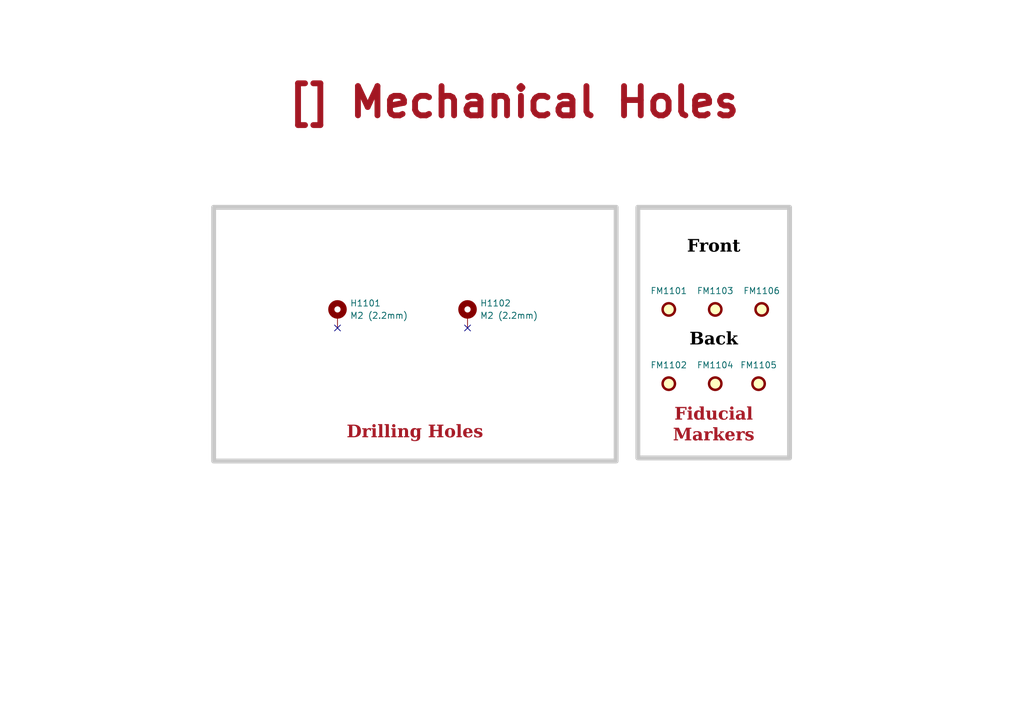
<source format=kicad_sch>
(kicad_sch (version 20231120) (generator "eeschema") (generator_version "8.0")
  (paper "A5")
  (title_block (title "Mechanical Holes") (date "Last Modified Date") (rev "${REVISION}") (company "${COMPANY}"))
  (lib_symbols
    (symbol "Mechanical:Fiducial"
      (property "Reference" "FID" (at 0 5.08 0))
      (property "Value" "Fiducial" (at 0 3.175 0))
      (symbol "Fiducial_0_1"
        (circle (center 0 0) (radius 1.27) (stroke (width 0.508)) (fill (type background)))
      )
    )
    (symbol "Mechanical:MountingHole_Pad" (pin_numbers hide) (pin_names (offset 1.016) hide)
      (property "Reference" "H" (at 0 6.35 0))
      (property "Value" "MountingHole_Pad" (at 0 4.445 0))
      (symbol "MountingHole_Pad_0_1"
        (circle (center 0 1.27) (radius 1.27) (stroke (width 1.27)))
      )
      (symbol "MountingHole_Pad_1_1"
        (pin input line (at 0 -2.54 90) (length 2.54) (name "1") (number "1"))
      )
    )
  )
  (no_connect (at 69.215 67.31))
  (no_connect (at 95.885 67.31))
  (rectangle (start 43.815 42.545) (end 126.365 94.615) (stroke (width 1) (color 200 200 200 1)))
  (rectangle (start 130.81 42.545) (end 161.925 93.98) (stroke (width 1) (color 200 200 200 1)))
  (text_box "Fiducial Markers" (at 130.81 83.82 0) (size 31.115 8.89) (stroke (width -0.0001)) (effects (font (size 2.54 2.54) (thickness 0.508) (bold yes)) (justify bottom)))
  (text_box "Back" (at 130.81 63.5 0) (size 31.115 9.525) (stroke (width -0.0001)) (effects (font (size 2.54 2.54) (thickness 0.508) (bold yes)) (justify bottom)))
  (text_box "Front" (at 130.81 44.45 0) (size 31.115 9.525) (stroke (width -0.0001)) (effects (font (size 2.54 2.54) (thickness 0.508) (bold yes)) (justify bottom)))
  (text_box "Drilling Holes" (at 45.085 84.455 0) (size 80.01 7.62) (stroke (width -0.0001)) (effects (font (size 2.54 2.54) (thickness 0.508) (bold yes)) (justify bottom)))
  (text_box "[${#}] ${TITLE}" (at 12.7 14.605 0) (size 185.42 12.7) (stroke (width -0.0001)) (effects (font (size 6 6) (thickness 1.2) (bold yes))))
  (symbol (lib_id "Mechanical:Fiducial") (at 137.16 78.74 0) (unit 1) (in_bom no)
    (property "Reference" "FM1102" (at 137.16 74.93 0))
    (property "Value" "Fiducial" (effects (hide yes)))
    (property "Footprint" "0_fiducials:Fiducial_1mm_Mask2mm" (effects (hide yes)))
  )
  (symbol (lib_id "Mechanical:MountingHole_Pad") (at 69.215 64.77 0) (unit 1) (in_bom no)
    (property "Reference" "H1101" (at 71.755 62.23 0) (effects (justify left)))
    (property "Value" "M2 (2.2mm)" (at 71.755 64.77 0) (effects (justify left)))
    (property "Footprint" "MountingHole:MountingHole_2.2mm_M2_Pad_Via" (effects (hide yes)))
    (instances (project "SMPS_legged_robot_module" (path "" (reference "H1101") (unit 1))) (project "nav_lower_controller" (path "" (reference "H5") (unit 1))) (project "nav_controller_interface_v2" (path "" (reference "H501") (unit 1))))
  )
  (symbol (lib_id "Mechanical:Fiducial") (at 146.685 63.5 0) (unit 1) (in_bom no)
    (property "Reference" "FM1103" (at 146.685 59.69 0))
    (property "Value" "Fiducial" (effects (hide yes)))
    (property "Footprint" "0_fiducials:Fiducial_1mm_Mask2mm" (effects (hide yes)))
  )
  (symbol (lib_id "Mechanical:Fiducial") (at 137.16 63.5 0) (unit 1) (in_bom no)
    (property "Reference" "FM1101" (at 137.16 59.69 0))
    (property "Value" "Fiducial" (effects (hide yes)))
    (property "Footprint" "0_fiducials:Fiducial_1mm_Mask2mm" (effects (hide yes)))
  )
  (symbol (lib_id "Mechanical:MountingHole_Pad") (at 95.885 64.77 0) (unit 1) (in_bom no)
    (property "Reference" "H1102" (at 98.425 62.23 0) (effects (justify left)))
    (property "Value" "M2 (2.2mm)" (at 98.425 64.77 0) (effects (justify left)))
    (property "Footprint" "MountingHole:MountingHole_2.2mm_M2_Pad_Via" (effects (hide yes)))
    (instances (project "SMPS_legged_robot_module" (path "" (reference "H1102") (unit 1))) (project "nav_lower_controller" (path "" (reference "H5") (unit 1))) (project "nav_controller_interface_v2" (path "" (reference "H501") (unit 1))))
  )
  (symbol (lib_id "Mechanical:Fiducial") (at 155.575 78.74 0) (unit 1) (in_bom no)
    (property "Reference" "FM1105" (at 155.575 74.93 0))
    (property "Value" "Fiducial" (effects (hide yes)))
    (property "Footprint" "0_fiducials:Fiducial_1mm_Mask2mm" (effects (hide yes)))
  )
  (symbol (lib_id "Mechanical:Fiducial") (at 156.21 63.5 0) (unit 1) (in_bom no)
    (property "Reference" "FM1106" (at 156.21 59.69 0))
    (property "Value" "Fiducial" (effects (hide yes)))
    (property "Footprint" "0_fiducials:Fiducial_1mm_Mask2mm" (effects (hide yes)))
  )
  (symbol (lib_id "Mechanical:Fiducial") (at 146.685 78.74 0) (unit 1) (in_bom no)
    (property "Reference" "FM1104" (at 146.685 74.93 0))
    (property "Value" "Fiducial" (effects (hide yes)))
    (property "Footprint" "0_fiducials:Fiducial_1mm_Mask2mm" (effects (hide yes)))
  )
)
</source>
